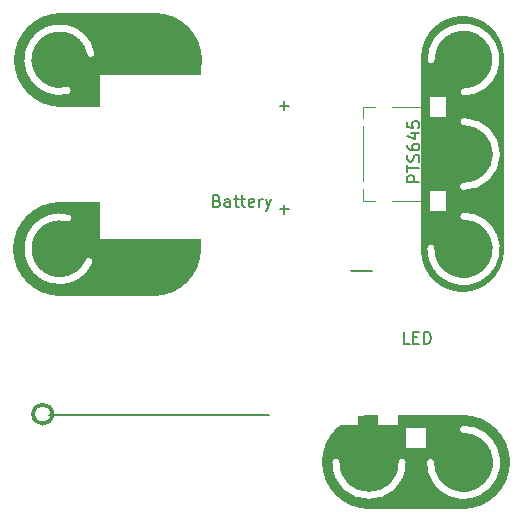
<source format=gto>
%TF.GenerationSoftware,KiCad,Pcbnew,4.0.5-e0-6337~49~ubuntu16.04.1*%
%TF.CreationDate,2017-07-06T19:13:04-07:00*%
%TF.ProjectId,SMTLimitLED-SMTButton-Battery,534D544C696D69744C45442D534D5442,1.0*%
%TF.FileFunction,Legend,Top*%
%FSLAX46Y46*%
G04 Gerber Fmt 4.6, Leading zero omitted, Abs format (unit mm)*
G04 Created by KiCad (PCBNEW 4.0.5-e0-6337~49~ubuntu16.04.1) date Thu Jul  6 19:13:04 2017*
%MOMM*%
%LPD*%
G01*
G04 APERTURE LIST*
%ADD10C,0.350000*%
%ADD11C,0.152400*%
%ADD12C,0.300000*%
%ADD13C,8.000000*%
%ADD14C,0.100000*%
%ADD15C,7.000000*%
%ADD16C,0.150000*%
%ADD17C,0.500000*%
%ADD18C,0.254000*%
%ADD19C,0.600000*%
%ADD20R,1.652400X1.752400*%
%ADD21R,1.752400X1.652400*%
%ADD22R,2.752400X5.712400*%
%ADD23R,9.152400X13.952400*%
%ADD24R,1.452400X1.702400*%
G04 APERTURE END LIST*
D10*
D11*
X59943900Y-109282500D02*
X78533400Y-109282500D01*
D12*
X60180331Y-109219000D02*
G75*
G03X60180331Y-109219000I-807931J0D01*
G01*
D13*
X87000000Y-113300000D02*
X95000000Y-113300000D01*
X68813400Y-95222000D02*
X68813400Y-79222000D01*
X60813400Y-95222000D02*
X68813400Y-95222000D01*
X60913400Y-79222000D02*
X68913400Y-79222000D01*
D14*
X94503400Y-83202000D02*
X94503400Y-91202000D01*
X86503400Y-83202000D02*
X94503400Y-83202000D01*
X86503400Y-91202000D02*
X86503400Y-83202000D01*
X94503400Y-91202000D02*
X86503400Y-91202000D01*
D15*
X94903400Y-79002000D02*
X94903400Y-95302000D01*
D11*
X97003400Y-85102000D02*
X94753400Y-85102000D01*
X94753400Y-97102000D02*
X97003400Y-97102000D01*
X85003400Y-97102000D02*
X87253400Y-97102000D01*
D16*
X85294571Y-113989429D02*
X84568857Y-113989429D01*
X84568857Y-112465429D01*
X85802571Y-113191143D02*
X86310571Y-113191143D01*
X86528285Y-113989429D02*
X85802571Y-113989429D01*
X85802571Y-112465429D01*
X86528285Y-112465429D01*
X87181428Y-113989429D02*
X87181428Y-112465429D01*
X87544285Y-112465429D01*
X87762000Y-112538000D01*
X87907142Y-112683143D01*
X87979714Y-112828286D01*
X88052285Y-113118571D01*
X88052285Y-113336286D01*
X87979714Y-113626571D01*
X87907142Y-113771714D01*
X87762000Y-113916857D01*
X87544285Y-113989429D01*
X87181428Y-113989429D01*
X89503714Y-113989429D02*
X88632857Y-113989429D01*
X89068285Y-113989429D02*
X89068285Y-112465429D01*
X88923142Y-112683143D01*
X88778000Y-112828286D01*
X88632857Y-112900857D01*
X90432143Y-103252381D02*
X89955952Y-103252381D01*
X89955952Y-102252381D01*
X90765476Y-102728571D02*
X91098810Y-102728571D01*
X91241667Y-103252381D02*
X90765476Y-103252381D01*
X90765476Y-102252381D01*
X91241667Y-102252381D01*
X91670238Y-103252381D02*
X91670238Y-102252381D01*
X91908333Y-102252381D01*
X92051191Y-102300000D01*
X92146429Y-102395238D01*
X92194048Y-102490476D01*
X92241667Y-102680952D01*
X92241667Y-102823810D01*
X92194048Y-103014286D01*
X92146429Y-103109524D01*
X92051191Y-103204762D01*
X91908333Y-103252381D01*
X91670238Y-103252381D01*
X74141971Y-91150571D02*
X74284828Y-91198190D01*
X74332447Y-91245810D01*
X74380066Y-91341048D01*
X74380066Y-91483905D01*
X74332447Y-91579143D01*
X74284828Y-91626762D01*
X74189590Y-91674381D01*
X73808637Y-91674381D01*
X73808637Y-90674381D01*
X74141971Y-90674381D01*
X74237209Y-90722000D01*
X74284828Y-90769619D01*
X74332447Y-90864857D01*
X74332447Y-90960095D01*
X74284828Y-91055333D01*
X74237209Y-91102952D01*
X74141971Y-91150571D01*
X73808637Y-91150571D01*
X75237209Y-91674381D02*
X75237209Y-91150571D01*
X75189590Y-91055333D01*
X75094352Y-91007714D01*
X74903875Y-91007714D01*
X74808637Y-91055333D01*
X75237209Y-91626762D02*
X75141971Y-91674381D01*
X74903875Y-91674381D01*
X74808637Y-91626762D01*
X74761018Y-91531524D01*
X74761018Y-91436286D01*
X74808637Y-91341048D01*
X74903875Y-91293429D01*
X75141971Y-91293429D01*
X75237209Y-91245810D01*
X75570542Y-91007714D02*
X75951494Y-91007714D01*
X75713399Y-90674381D02*
X75713399Y-91531524D01*
X75761018Y-91626762D01*
X75856256Y-91674381D01*
X75951494Y-91674381D01*
X76141971Y-91007714D02*
X76522923Y-91007714D01*
X76284828Y-90674381D02*
X76284828Y-91531524D01*
X76332447Y-91626762D01*
X76427685Y-91674381D01*
X76522923Y-91674381D01*
X77237210Y-91626762D02*
X77141972Y-91674381D01*
X76951495Y-91674381D01*
X76856257Y-91626762D01*
X76808638Y-91531524D01*
X76808638Y-91150571D01*
X76856257Y-91055333D01*
X76951495Y-91007714D01*
X77141972Y-91007714D01*
X77237210Y-91055333D01*
X77284829Y-91150571D01*
X77284829Y-91245810D01*
X76808638Y-91341048D01*
X77713400Y-91674381D02*
X77713400Y-91007714D01*
X77713400Y-91198190D02*
X77761019Y-91102952D01*
X77808638Y-91055333D01*
X77903876Y-91007714D01*
X77999115Y-91007714D01*
X78237210Y-91007714D02*
X78475305Y-91674381D01*
X78713401Y-91007714D02*
X78475305Y-91674381D01*
X78380067Y-91912476D01*
X78332448Y-91960095D01*
X78237210Y-92007714D01*
X79432448Y-83093429D02*
X80194353Y-83093429D01*
X79813401Y-83474381D02*
X79813401Y-82712476D01*
X79432448Y-91893429D02*
X80194353Y-91893429D01*
X79813401Y-92274381D02*
X79813401Y-91512476D01*
X91255781Y-89549619D02*
X90255781Y-89549619D01*
X90255781Y-89168666D01*
X90303400Y-89073428D01*
X90351019Y-89025809D01*
X90446257Y-88978190D01*
X90589114Y-88978190D01*
X90684352Y-89025809D01*
X90731971Y-89073428D01*
X90779590Y-89168666D01*
X90779590Y-89549619D01*
X90255781Y-88692476D02*
X90255781Y-88121047D01*
X91255781Y-88406762D02*
X90255781Y-88406762D01*
X91208162Y-87835333D02*
X91255781Y-87692476D01*
X91255781Y-87454380D01*
X91208162Y-87359142D01*
X91160543Y-87311523D01*
X91065305Y-87263904D01*
X90970067Y-87263904D01*
X90874829Y-87311523D01*
X90827210Y-87359142D01*
X90779590Y-87454380D01*
X90731971Y-87644857D01*
X90684352Y-87740095D01*
X90636733Y-87787714D01*
X90541495Y-87835333D01*
X90446257Y-87835333D01*
X90351019Y-87787714D01*
X90303400Y-87740095D01*
X90255781Y-87644857D01*
X90255781Y-87406761D01*
X90303400Y-87263904D01*
X90255781Y-86406761D02*
X90255781Y-86597238D01*
X90303400Y-86692476D01*
X90351019Y-86740095D01*
X90493876Y-86835333D01*
X90684352Y-86882952D01*
X91065305Y-86882952D01*
X91160543Y-86835333D01*
X91208162Y-86787714D01*
X91255781Y-86692476D01*
X91255781Y-86501999D01*
X91208162Y-86406761D01*
X91160543Y-86359142D01*
X91065305Y-86311523D01*
X90827210Y-86311523D01*
X90731971Y-86359142D01*
X90684352Y-86406761D01*
X90636733Y-86501999D01*
X90636733Y-86692476D01*
X90684352Y-86787714D01*
X90731971Y-86835333D01*
X90827210Y-86882952D01*
X90589114Y-85454380D02*
X91255781Y-85454380D01*
X90208162Y-85692476D02*
X90922448Y-85930571D01*
X90922448Y-85311523D01*
X90255781Y-84454380D02*
X90255781Y-84930571D01*
X90731971Y-84978190D01*
X90684352Y-84930571D01*
X90636733Y-84835333D01*
X90636733Y-84597237D01*
X90684352Y-84501999D01*
X90731971Y-84454380D01*
X90827210Y-84406761D01*
X91065305Y-84406761D01*
X91160543Y-84454380D01*
X91208162Y-84501999D01*
X91255781Y-84597237D01*
X91255781Y-84835333D01*
X91208162Y-84930571D01*
X91160543Y-84978190D01*
%LPC*%
D17*
X64124353Y-112434857D02*
X64005305Y-112553905D01*
X63648162Y-112672952D01*
X63410067Y-112672952D01*
X63052924Y-112553905D01*
X62814829Y-112315810D01*
X62695781Y-112077714D01*
X62576733Y-111601524D01*
X62576733Y-111244381D01*
X62695781Y-110768190D01*
X62814829Y-110530095D01*
X63052924Y-110292000D01*
X63410067Y-110172952D01*
X63648162Y-110172952D01*
X64005305Y-110292000D01*
X64124353Y-110411048D01*
X65195781Y-112672952D02*
X65195781Y-110172952D01*
X67814829Y-112672952D02*
X66981495Y-111482476D01*
X66386257Y-112672952D02*
X66386257Y-110172952D01*
X67338638Y-110172952D01*
X67576733Y-110292000D01*
X67695781Y-110411048D01*
X67814829Y-110649143D01*
X67814829Y-111006286D01*
X67695781Y-111244381D01*
X67576733Y-111363429D01*
X67338638Y-111482476D01*
X66386257Y-111482476D01*
X70314829Y-112434857D02*
X70195781Y-112553905D01*
X69838638Y-112672952D01*
X69600543Y-112672952D01*
X69243400Y-112553905D01*
X69005305Y-112315810D01*
X68886257Y-112077714D01*
X68767209Y-111601524D01*
X68767209Y-111244381D01*
X68886257Y-110768190D01*
X69005305Y-110530095D01*
X69243400Y-110292000D01*
X69600543Y-110172952D01*
X69838638Y-110172952D01*
X70195781Y-110292000D01*
X70314829Y-110411048D01*
X71386257Y-110172952D02*
X71386257Y-112196762D01*
X71505305Y-112434857D01*
X71624352Y-112553905D01*
X71862448Y-112672952D01*
X72338638Y-112672952D01*
X72576733Y-112553905D01*
X72695781Y-112434857D01*
X72814829Y-112196762D01*
X72814829Y-110172952D01*
X74005305Y-112672952D02*
X74005305Y-110172952D01*
X74838638Y-110172952D02*
X76267210Y-110172952D01*
X75552924Y-112672952D02*
X75552924Y-110172952D01*
X76981495Y-112553905D02*
X77338638Y-112672952D01*
X77933876Y-112672952D01*
X78171972Y-112553905D01*
X78291019Y-112434857D01*
X78410067Y-112196762D01*
X78410067Y-111958667D01*
X78291019Y-111720571D01*
X78171972Y-111601524D01*
X77933876Y-111482476D01*
X77457686Y-111363429D01*
X77219591Y-111244381D01*
X77100543Y-111125333D01*
X76981495Y-110887238D01*
X76981495Y-110649143D01*
X77100543Y-110411048D01*
X77219591Y-110292000D01*
X77457686Y-110172952D01*
X78052924Y-110172952D01*
X78410067Y-110292000D01*
X62823877Y-108384857D02*
X62704829Y-108503905D01*
X62347686Y-108622952D01*
X62109591Y-108622952D01*
X61752448Y-108503905D01*
X61514353Y-108265810D01*
X61395305Y-108027714D01*
X61276257Y-107551524D01*
X61276257Y-107194381D01*
X61395305Y-106718190D01*
X61514353Y-106480095D01*
X61752448Y-106242000D01*
X62109591Y-106122952D01*
X62347686Y-106122952D01*
X62704829Y-106242000D01*
X62823877Y-106361048D01*
X65323877Y-108622952D02*
X64490543Y-107432476D01*
X63895305Y-108622952D02*
X63895305Y-106122952D01*
X64847686Y-106122952D01*
X65085781Y-106242000D01*
X65204829Y-106361048D01*
X65323877Y-106599143D01*
X65323877Y-106956286D01*
X65204829Y-107194381D01*
X65085781Y-107313429D01*
X64847686Y-107432476D01*
X63895305Y-107432476D01*
X66276257Y-107908667D02*
X67466734Y-107908667D01*
X66038162Y-108622952D02*
X66871496Y-106122952D01*
X67704829Y-108622952D01*
X68300067Y-106122952D02*
X69966734Y-106122952D01*
X68300067Y-108622952D01*
X69966734Y-108622952D01*
X71395305Y-107432476D02*
X71395305Y-108622952D01*
X70561971Y-106122952D02*
X71395305Y-107432476D01*
X72228638Y-106122952D01*
X79833400Y-107882500D02*
X78333400Y-108882500D01*
D11*
X77994400Y-108928500D02*
X79327900Y-107976000D01*
X78946900Y-108103000D02*
X77994400Y-108928500D01*
X77867400Y-108865000D02*
X78946900Y-108103000D01*
X78756400Y-108166500D02*
X77867400Y-108865000D01*
X77613400Y-108928500D02*
X78756400Y-108166500D01*
X78438900Y-108293500D02*
X77613400Y-108928500D01*
X77486400Y-108865000D02*
X78438900Y-108293500D01*
X78248400Y-108293500D02*
X77486400Y-108865000D01*
X77486400Y-108738000D02*
X78248400Y-108293500D01*
X77994400Y-108293500D02*
X77486400Y-108738000D01*
X77422900Y-108611000D02*
X77994400Y-108293500D01*
X77994400Y-108103000D02*
X77422900Y-108611000D01*
X77994400Y-107976000D02*
X77359400Y-108484000D01*
X78121400Y-107785500D02*
X77295900Y-108357000D01*
X78121400Y-107658500D02*
X77295900Y-108230000D01*
D17*
X76033400Y-108882500D02*
X74833400Y-107382500D01*
X78433400Y-108882500D02*
X76064900Y-108882500D01*
D11*
X79772400Y-107849000D02*
X78184900Y-108992000D01*
D17*
X77994400Y-108293500D02*
X79772400Y-107849000D01*
X78833400Y-106782500D02*
X77994400Y-108293500D01*
X77232400Y-108103000D02*
X78833400Y-106782500D01*
X76433400Y-105682500D02*
X77232400Y-108166500D01*
X76470400Y-108039500D02*
X76433400Y-105782500D01*
X74833400Y-107282500D02*
X76470400Y-108039500D01*
D11*
X76216400Y-108992000D02*
X75390900Y-107785500D01*
D17*
X76470400Y-108865000D02*
X75835400Y-107976000D01*
D18*
X76660900Y-108865000D02*
X76089400Y-108039500D01*
X76787900Y-108865000D02*
X76343400Y-108103000D01*
X77041900Y-108865000D02*
X76597400Y-108039500D01*
X77232400Y-108865000D02*
X76660900Y-107785500D01*
X77422900Y-108865000D02*
X76533900Y-107150500D01*
X76597400Y-107849000D02*
X76533900Y-107023500D01*
D19*
X84200000Y-113300000D02*
G75*
G03X89800000Y-113300000I2800000J0D01*
G01*
X92200000Y-113300000D02*
G75*
G03X95000000Y-110500000I2800000J0D01*
G01*
X95000000Y-108100000D02*
G75*
G03X92200000Y-105300000I0J2800000D01*
G01*
X89800000Y-105300000D02*
G75*
G03X84200000Y-105300000I-2800000J0D01*
G01*
X61524224Y-92615642D02*
G75*
G03X63289900Y-96301500I-710824J-2606358D01*
G01*
X63450762Y-78679816D02*
G75*
G03X61448400Y-81823500I-2640220J-527860D01*
G01*
X74241538Y-95762184D02*
G75*
G03X76243900Y-92618500I2640220J527860D01*
G01*
X76104576Y-81826358D02*
G75*
G03X74338900Y-78140500I710824J2606358D01*
G01*
X92235081Y-95180474D02*
G75*
G03X95028800Y-92458800I2768319J-46926D01*
G01*
X86950792Y-92505766D02*
G75*
G03X89745206Y-95248488I51214J-2742722D01*
G01*
X87048494Y-84458194D02*
G75*
G03X87002006Y-89944200I-46488J-2742806D01*
G01*
X89744849Y-79155772D02*
G75*
G03X87002006Y-81943200I-2742843J-44228D01*
G01*
X95054614Y-81942722D02*
G75*
G03X92260200Y-79200000I-51214J2742722D01*
G01*
X95003400Y-89944200D02*
G75*
G03X95049888Y-84458194I46488J2742806D01*
G01*
D20*
X85190000Y-109300000D03*
X88610000Y-109300000D03*
D21*
X91000000Y-111260000D03*
X91000000Y-107840000D03*
D22*
X79013400Y-87222000D03*
D23*
X68809400Y-87476000D03*
D22*
X58613400Y-87222000D03*
D24*
X92803400Y-91202000D03*
X88303400Y-91202000D03*
X92803400Y-83252000D03*
X88303400Y-83252000D03*
M02*

</source>
